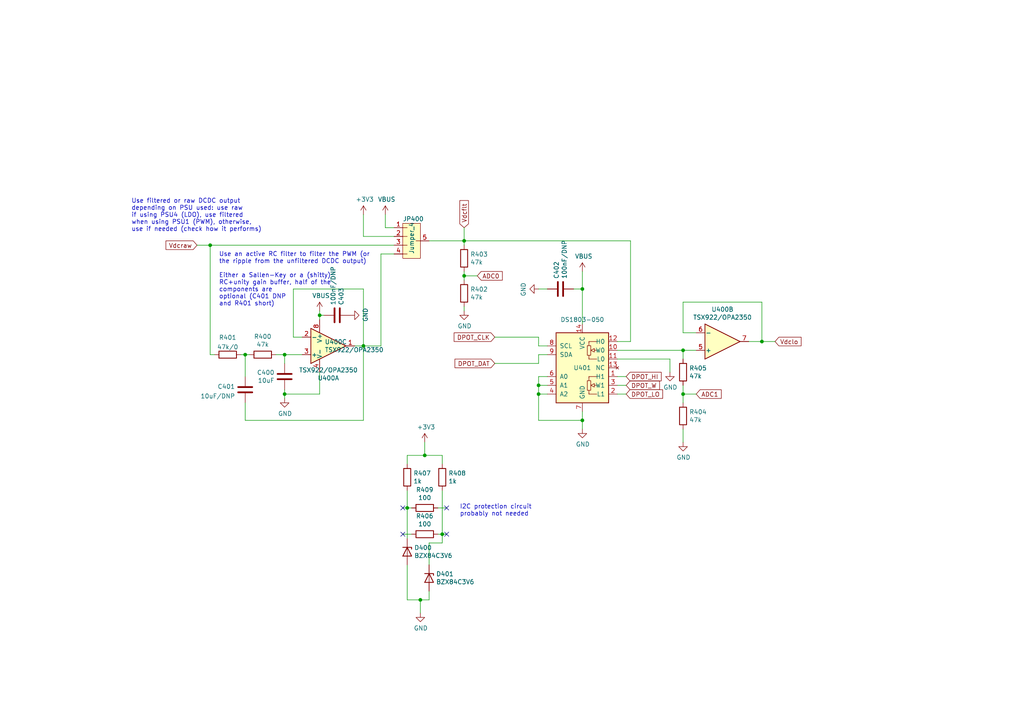
<source format=kicad_sch>
(kicad_sch (version 20211123) (generator eeschema)
  (paper "A4")
  (lib_symbols
    (symbol "Amplifier_Operational:LM358" (pin_names (offset 0.127))
      (property "Reference" "U" (at 0 5.08 0))
      (property "Value" "LM358" (at 0 -5.08 0))
      (symbol "LM358_1_1"
        (polyline (pts (xy -5.08 5.08) (xy 5.08 0) (xy -5.08 -5.08) (xy -5.08 5.08)) (stroke (width 0.254)) (fill (type background)))
        (pin output line (at 7.62 0 180) (length 2.54) (name "~") (number "1"))
        (pin input line (at -7.62 -2.54 0) (length 2.54) (name "-") (number "2"))
        (pin input line (at -7.62 2.54 0) (length 2.54) (name "+") (number "3"))
      )
      (symbol "LM358_2_1"
        (polyline (pts (xy -5.08 5.08) (xy 5.08 0) (xy -5.08 -5.08) (xy -5.08 5.08)) (stroke (width 0.254)) (fill (type background)))
        (pin input line (at -7.62 2.54 0) (length 2.54) (name "+") (number "5"))
        (pin input line (at -7.62 -2.54 0) (length 2.54) (name "-") (number "6"))
        (pin output line (at 7.62 0 180) (length 2.54) (name "~") (number "7"))
      )
      (symbol "LM358_3_1"
        (pin power_in line (at -2.54 -7.62 90) (length 3.81) (name "V-") (number "4"))
        (pin power_in line (at -2.54 7.62 270) (length 3.81) (name "V+") (number "8"))
      )
    )
    (symbol "Device:C" (pin_numbers hide) (pin_names (offset 0.254))
      (property "Reference" "C" (at 0.635 2.54 0))
      (property "Value" "C" (at 0.635 -2.54 0))
      (symbol "C_0_1"
        (polyline (pts (xy -2.032 -0.762) (xy 2.032 -0.762)) (stroke (width 0.508)))
        (polyline (pts (xy -2.032 0.762) (xy 2.032 0.762)) (stroke (width 0.508)))
      )
      (symbol "C_1_1"
        (pin passive line (at 0 3.81 270) (length 2.794) (name "~") (number "1"))
        (pin passive line (at 0 -3.81 90) (length 2.794) (name "~") (number "2"))
      )
    )
    (symbol "Device:D_Zener" (pin_numbers hide) (pin_names (offset 1.016) hide)
      (property "Reference" "D" (at 0 2.54 0))
      (property "Value" "D_Zener" (at 0 -2.54 0))
      (symbol "D_Zener_0_1"
        (polyline (pts (xy 1.27 0) (xy -1.27 0)))
        (polyline (pts (xy -1.27 -1.27) (xy -1.27 1.27) (xy -0.762 1.27)) (stroke (width 0.254)))
        (polyline (pts (xy 1.27 -1.27) (xy 1.27 1.27) (xy -1.27 0) (xy 1.27 -1.27)) (stroke (width 0.254)))
      )
      (symbol "D_Zener_1_1"
        (pin passive line (at -3.81 0 0) (length 2.54) (name "K") (number "1"))
        (pin passive line (at 3.81 0 180) (length 2.54) (name "A") (number "2"))
      )
    )
    (symbol "Device:R" (pin_numbers hide) (pin_names (offset 0))
      (property "Reference" "R" (at 2.032 0 90))
      (property "Value" "R" (at 0 0 90))
      (symbol "R_0_1"
        (rectangle (start -1.016 -2.54) (end 1.016 2.54) (stroke (width 0.254)))
      )
      (symbol "R_1_1"
        (pin passive line (at 0 3.81 270) (length 1.27) (name "~") (number "1"))
        (pin passive line (at 0 -3.81 90) (length 1.27) (name "~") (number "2"))
      )
    )
    (symbol "misc-mcus:DS1803" (pin_names (offset 1.016))
      (property "Reference" "U" (at 0 25.4 0))
      (property "Value" "DS1803" (at 0 22.86 0))
      (symbol "DS1803_1_1"
        (rectangle (start -7.62 10.16) (end 7.62 -10.16) (stroke (width 0.254)) (fill (type background)))
        (polyline (pts (xy 1.905 -7.366) (xy 1.905 -6.5278)))
        (polyline (pts (xy 1.905 -2.7686) (xy 1.905 -3.7084)))
        (polyline (pts (xy 1.905 2.794) (xy 1.905 3.6322)))
        (polyline (pts (xy 1.905 7.3914) (xy 1.905 6.4516)))
        (polyline (pts (xy 3.4798 -5.0546) (xy 4.191 -5.0546)))
        (polyline (pts (xy 3.4798 5.1054) (xy 4.191 5.1054)))
        (polyline (pts (xy 1.905 -7.62) (xy 1.905 -7.366) (xy 1.905 -7.366)) (fill (type background)))
        (polyline (pts (xy 1.905 -7.62) (xy 4.191 -7.62) (xy 4.191 -7.62)) (fill (type background)))
        (polyline (pts (xy 1.905 -2.54) (xy 1.905 -2.794) (xy 1.905 -2.794)))
        (polyline (pts (xy 1.905 -2.54) (xy 4.191 -2.54) (xy 4.191 -2.54)) (fill (type background)))
        (polyline (pts (xy 1.905 2.54) (xy 1.905 2.794) (xy 1.905 2.794)) (fill (type background)))
        (polyline (pts (xy 1.905 2.54) (xy 4.191 2.54) (xy 4.191 2.54)) (fill (type background)))
        (polyline (pts (xy 1.905 7.62) (xy 1.905 7.366) (xy 1.905 7.366)))
        (polyline (pts (xy 1.905 7.62) (xy 4.191 7.62) (xy 4.191 7.62)) (fill (type background)))
        (polyline (pts (xy 3.4798 -4.572) (xy 3.4798 -5.588) (xy 2.4638 -5.08) (xy 3.4798 -4.572) (xy 3.4798 -4.572)) (fill (type background)))
        (polyline (pts (xy 3.4798 5.588) (xy 3.4798 4.572) (xy 2.4638 5.08) (xy 3.4798 5.588) (xy 3.4798 5.588)) (fill (type background)))
        (rectangle (start 1.4224 -3.7338) (end 2.4384 -6.5278))
        (rectangle (start 1.4224 6.4262) (end 2.4384 3.6322))
        (pin passive line (at 10.16 -2.54 180) (length 2.54) (name "H1") (number "1"))
        (pin passive line (at 10.16 5.08 180) (length 2.54) (name "W0") (number "10"))
        (pin passive line (at 10.16 2.54 180) (length 2.54) (name "L0") (number "11"))
        (pin passive line (at 10.16 7.62 180) (length 2.54) (name "H0") (number "12"))
        (pin no_connect line (at 10.16 0 180) (length 2.54) (name "NC") (number "13"))
        (pin power_in line (at 0 12.7 270) (length 2.54) (name "VCC") (number "14"))
        (pin passive line (at 10.16 -7.62 180) (length 2.54) (name "L1") (number "2"))
        (pin passive line (at 10.16 -5.08 180) (length 2.54) (name "W1") (number "3"))
        (pin input line (at -10.16 -7.62 0) (length 2.54) (name "A2") (number "4"))
        (pin input line (at -10.16 -5.08 0) (length 2.54) (name "A1") (number "5"))
        (pin input line (at -10.16 -2.54 0) (length 2.54) (name "A0") (number "6"))
        (pin power_in line (at 0 -12.7 90) (length 2.54) (name "GND") (number "7"))
        (pin input line (at -10.16 6.35 0) (length 2.54) (name "SCL") (number "8"))
        (pin bidirectional line (at -10.16 3.81 0) (length 2.54) (name "SDA") (number "9"))
      )
    )
    (symbol "misc-mcus:Jumper_4" (pin_names (offset 1.016))
      (property "Reference" "JP" (at 0 11.43 0))
      (property "Value" "Jumper_4" (at 0 11.43 0))
      (symbol "Jumper_4_0_1"
        (rectangle (start -2.54 5.08) (end 2.54 -5.08) (fill (type background)))
        (polyline (pts (xy -2.54 -3.81) (xy -1.27 -3.81)))
        (polyline (pts (xy -2.54 -1.27) (xy -1.27 -1.27)))
        (polyline (pts (xy -2.54 1.27) (xy -1.27 1.27)))
        (polyline (pts (xy -2.54 3.81) (xy -1.27 3.81)))
        (polyline (pts (xy 2.54 0) (xy 1.27 0)))
      )
      (symbol "Jumper_4_1_1"
        (pin passive line (at -5.08 3.81 0) (length 2.54) (name "~") (number "1"))
        (pin passive line (at -5.08 1.27 0) (length 2.54) (name "~") (number "2"))
        (pin passive line (at -5.08 -1.27 0) (length 2.54) (name "~") (number "3"))
        (pin passive line (at -5.08 -3.81 0) (length 2.54) (name "~") (number "4"))
        (pin passive line (at 5.08 0 180) (length 2.54) (name "~") (number "5"))
      )
    )
    (symbol "power:+3V3" (power) (pin_names (offset 0))
      (property "Value" "+3V3" (at 0 3.556 0))
      (symbol "+3V3_0_1"
        (polyline (pts (xy -0.762 1.27) (xy 0 2.54)))
        (polyline (pts (xy 0 0) (xy 0 2.54)))
        (polyline (pts (xy 0 2.54) (xy 0.762 1.27)))
      )
      (symbol "+3V3_1_1"
        (pin power_in line (at 0 0 90) (length 0) hide (name "+3V3") (number "1"))
      )
    )
    (symbol "power:GND" (power) (pin_names (offset 0))
      (property "Value" "GND" (at 0 -3.81 0))
      (symbol "GND_0_1"
        (polyline (pts (xy 0 0) (xy 0 -1.27) (xy 1.27 -1.27) (xy 0 -2.54) (xy -1.27 -1.27) (xy 0 -1.27)))
      )
      (symbol "GND_1_1"
        (pin power_in line (at 0 0 270) (length 0) hide (name "GND") (number "1"))
      )
    )
    (symbol "power:VBUS" (power) (pin_names (offset 0))
      (property "Value" "VBUS" (at 0 3.81 0))
      (symbol "VBUS_0_1"
        (polyline (pts (xy -0.762 1.27) (xy 0 2.54)))
        (polyline (pts (xy 0 0) (xy 0 2.54)))
        (polyline (pts (xy 0 2.54) (xy 0.762 1.27)))
      )
      (symbol "VBUS_1_1"
        (pin power_in line (at 0 0 90) (length 0) hide (name "VBUS") (number "1"))
      )
    )
  )
  (junction (at 198.12 114.3))
  (junction (at 121.92 173.99))
  (junction (at 92.71 91.44))
  (junction (at 134.62 80.01))
  (junction (at 128.27 154.94))
  (junction (at 60.96 71.12))
  (junction (at 82.55 114.3))
  (junction (at 134.62 69.85))
  (junction (at 156.21 114.3))
  (junction (at 82.55 102.87))
  (junction (at 168.91 121.92))
  (junction (at 123.19 132.08))
  (junction (at 105.41 100.33))
  (junction (at 71.12 102.87))
  (junction (at 168.91 83.82))
  (junction (at 198.12 101.6))
  (junction (at 156.21 111.76))
  (junction (at 118.11 147.32))
  (junction (at 220.98 99.06))
  (no_connect (at 116.84 154.94))
  (no_connect (at 129.54 154.94))
  (no_connect (at 129.54 147.32))
  (no_connect (at 116.84 147.32))
  (wire (pts (xy 134.62 80.01) (xy 134.62 81.28)))
  (wire (pts (xy 85.09 83.82) (xy 105.41 83.82)))
  (wire (pts (xy 62.23 102.87) (xy 60.96 102.87)))
  (wire (pts (xy 156.21 102.87) (xy 158.75 102.87)))
  (wire (pts (xy 60.96 71.12) (xy 114.3 71.12)))
  (wire (pts (xy 198.12 128.27) (xy 198.12 124.46)))
  (wire (pts (xy 179.07 99.06) (xy 182.88 99.06)))
  (wire (pts (xy 179.07 104.14) (xy 194.31 104.14)))
  (wire (pts (xy 198.12 114.3) (xy 198.12 111.76)))
  (wire (pts (xy 156.21 105.41) (xy 156.21 102.87)))
  (wire (pts (xy 156.21 114.3) (xy 158.75 114.3)))
  (wire (pts (xy 156.21 97.79) (xy 156.21 100.33)))
  (wire (pts (xy 118.11 163.83) (xy 118.11 173.99)))
  (wire (pts (xy 118.11 142.24) (xy 118.11 147.32)))
  (wire (pts (xy 105.41 68.58) (xy 105.41 62.23)))
  (wire (pts (xy 82.55 105.41) (xy 82.55 102.87)))
  (wire (pts (xy 128.27 132.08) (xy 123.19 132.08)))
  (wire (pts (xy 124.46 173.99) (xy 121.92 173.99)))
  (wire (pts (xy 198.12 96.52) (xy 201.93 96.52)))
  (wire (pts (xy 82.55 102.87) (xy 80.01 102.87)))
  (wire (pts (xy 217.17 99.06) (xy 220.98 99.06)))
  (wire (pts (xy 156.21 121.92) (xy 168.91 121.92)))
  (wire (pts (xy 121.92 173.99) (xy 121.92 177.8)))
  (wire (pts (xy 111.76 66.04) (xy 114.3 66.04)))
  (wire (pts (xy 179.07 111.76) (xy 181.61 111.76)))
  (wire (pts (xy 198.12 116.84) (xy 198.12 114.3)))
  (wire (pts (xy 128.27 134.62) (xy 128.27 132.08)))
  (wire (pts (xy 156.21 109.22) (xy 156.21 111.76)))
  (wire (pts (xy 118.11 134.62) (xy 118.11 132.08)))
  (wire (pts (xy 105.41 68.58) (xy 114.3 68.58)))
  (wire (pts (xy 85.09 97.79) (xy 85.09 83.82)))
  (wire (pts (xy 168.91 119.38) (xy 168.91 121.92)))
  (wire (pts (xy 105.41 100.33) (xy 102.87 100.33)))
  (wire (pts (xy 134.62 69.85) (xy 182.88 69.85)))
  (wire (pts (xy 124.46 163.83) (xy 124.46 157.48)))
  (wire (pts (xy 105.41 83.82) (xy 105.41 100.33)))
  (wire (pts (xy 156.21 97.79) (xy 143.51 97.79)))
  (wire (pts (xy 198.12 87.63) (xy 198.12 96.52)))
  (wire (pts (xy 93.98 91.44) (xy 92.71 91.44)))
  (wire (pts (xy 110.49 73.66) (xy 114.3 73.66)))
  (wire (pts (xy 118.11 173.99) (xy 121.92 173.99)))
  (wire (pts (xy 105.41 121.92) (xy 105.41 100.33)))
  (wire (pts (xy 156.21 111.76) (xy 156.21 114.3)))
  (wire (pts (xy 71.12 102.87) (xy 71.12 109.22)))
  (wire (pts (xy 128.27 154.94) (xy 129.54 154.94)))
  (wire (pts (xy 92.71 92.71) (xy 92.71 91.44)))
  (wire (pts (xy 198.12 104.14) (xy 198.12 101.6)))
  (wire (pts (xy 179.07 101.6) (xy 198.12 101.6)))
  (wire (pts (xy 156.21 121.92) (xy 156.21 114.3)))
  (wire (pts (xy 143.51 105.41) (xy 156.21 105.41)))
  (wire (pts (xy 220.98 87.63) (xy 198.12 87.63)))
  (wire (pts (xy 124.46 69.85) (xy 134.62 69.85)))
  (wire (pts (xy 198.12 101.6) (xy 201.93 101.6)))
  (wire (pts (xy 71.12 116.84) (xy 71.12 121.92)))
  (wire (pts (xy 128.27 142.24) (xy 128.27 154.94)))
  (wire (pts (xy 82.55 114.3) (xy 82.55 115.57)))
  (wire (pts (xy 182.88 69.85) (xy 182.88 99.06)))
  (wire (pts (xy 118.11 147.32) (xy 116.84 147.32)))
  (wire (pts (xy 134.62 90.17) (xy 134.62 88.9)))
  (wire (pts (xy 127 147.32) (xy 129.54 147.32)))
  (wire (pts (xy 72.39 102.87) (xy 71.12 102.87)))
  (wire (pts (xy 128.27 157.48) (xy 128.27 154.94)))
  (wire (pts (xy 194.31 104.14) (xy 194.31 107.95)))
  (wire (pts (xy 124.46 157.48) (xy 128.27 157.48)))
  (wire (pts (xy 134.62 71.12) (xy 134.62 69.85)))
  (wire (pts (xy 134.62 80.01) (xy 134.62 78.74)))
  (wire (pts (xy 220.98 99.06) (xy 224.79 99.06)))
  (wire (pts (xy 118.11 156.21) (xy 118.11 147.32)))
  (wire (pts (xy 82.55 113.03) (xy 82.55 114.3)))
  (wire (pts (xy 138.43 80.01) (xy 134.62 80.01)))
  (wire (pts (xy 71.12 121.92) (xy 105.41 121.92)))
  (wire (pts (xy 110.49 100.33) (xy 110.49 73.66)))
  (wire (pts (xy 168.91 78.74) (xy 168.91 83.82)))
  (wire (pts (xy 92.71 114.3) (xy 92.71 107.95)))
  (wire (pts (xy 158.75 109.22) (xy 156.21 109.22)))
  (wire (pts (xy 156.21 100.33) (xy 158.75 100.33)))
  (wire (pts (xy 116.84 154.94) (xy 119.38 154.94)))
  (wire (pts (xy 168.91 93.98) (xy 168.91 83.82)))
  (wire (pts (xy 92.71 91.44) (xy 92.71 90.17)))
  (wire (pts (xy 105.41 100.33) (xy 110.49 100.33)))
  (wire (pts (xy 60.96 102.87) (xy 60.96 71.12)))
  (wire (pts (xy 119.38 147.32) (xy 118.11 147.32)))
  (wire (pts (xy 87.63 97.79) (xy 85.09 97.79)))
  (wire (pts (xy 168.91 83.82) (xy 166.37 83.82)))
  (wire (pts (xy 87.63 102.87) (xy 82.55 102.87)))
  (wire (pts (xy 124.46 171.45) (xy 124.46 173.99)))
  (wire (pts (xy 71.12 102.87) (xy 69.85 102.87)))
  (wire (pts (xy 111.76 66.04) (xy 111.76 62.23)))
  (wire (pts (xy 123.19 128.27) (xy 123.19 132.08)))
  (wire (pts (xy 127 154.94) (xy 128.27 154.94)))
  (wire (pts (xy 168.91 121.92) (xy 168.91 124.46)))
  (wire (pts (xy 181.61 109.22) (xy 179.07 109.22)))
  (wire (pts (xy 134.62 69.85) (xy 134.62 66.04)))
  (wire (pts (xy 82.55 114.3) (xy 92.71 114.3)))
  (wire (pts (xy 158.75 83.82) (xy 156.21 83.82)))
  (wire (pts (xy 220.98 99.06) (xy 220.98 87.63)))
  (wire (pts (xy 181.61 114.3) (xy 179.07 114.3)))
  (wire (pts (xy 201.93 114.3) (xy 198.12 114.3)))
  (wire (pts (xy 158.75 111.76) (xy 156.21 111.76)))
  (wire (pts (xy 57.15 71.12) (xy 60.96 71.12)))
  (wire (pts (xy 118.11 132.08) (xy 123.19 132.08)))
  (text "Use filtered or raw DCDC output\ndepending on PSU used: use raw\nif using PSU4 (LDO), use filtered\nwhen using PSU1 (PWM), otherwise,\nuse if needed (check how it performs)" (at 38.1 67.31 0) (effects (font (size 1.27 1.27)) (justify left bottom)))
  (text "Use an active RC filter to filter the PWM (or\nthe ripple from the unfiltered DCDC output)\n\nEither a Sallen-Key or a (shitty)\nRC+unity gain buffer, half of the\ncomponents are\noptional (C401 DNP\nand R401 short)" (at 63.5 88.9 0) (effects (font (size 1.27 1.27)) (justify left bottom)))
  (text "I2C protection circuit\nprobably not needed" (at 133.35 149.86 0) (effects (font (size 1.27 1.27)) (justify left bottom)))
  (global_label "DPOT_CLK" (shape input) (at 143.51 97.79 180) (property "Intersheet References" "${INTERSHEET_REFS}" (effects hide)))
  (global_label "DPOT_LO" (shape input) (at 181.61 114.3 0) (property "Intersheet References" "${INTERSHEET_REFS}" (effects hide)))
  (global_label "DPOT_DAT" (shape input) (at 143.51 105.41 180) (property "Intersheet References" "${INTERSHEET_REFS}" (effects hide)))
  (global_label "Vdcraw" (shape input) (at 57.15 71.12 180) (property "Intersheet References" "${INTERSHEET_REFS}" (effects hide)))
  (global_label "DPOT_W" (shape input) (at 181.61 111.76 0) (property "Intersheet References" "${INTERSHEET_REFS}" (effects hide)))
  (global_label "ADC1" (shape input) (at 201.93 114.3 0) (property "Intersheet References" "${INTERSHEET_REFS}" (effects hide)))
  (global_label "Vdcflt" (shape input) (at 134.62 66.04 90) (property "Intersheet References" "${INTERSHEET_REFS}" (effects hide)))
  (global_label "Vdclo" (shape input) (at 224.79 99.06 0) (property "Intersheet References" "${INTERSHEET_REFS}" (effects hide)))
  (global_label "DPOT_HI" (shape input) (at 181.61 109.22 0) (property "Intersheet References" "${INTERSHEET_REFS}" (effects hide)))
  (global_label "ADC0" (shape input) (at 138.43 80.01 0) (property "Intersheet References" "${INTERSHEET_REFS}" (effects hide)))
  (symbol (lib_id "Device:R") (at 123.19 147.32 270) (unit 1) (in_bom no) (on_board no)
    (property "Reference" "R409" (at 123.19 142.0622 90))
    (property "Value" "100" (at 123.19 144.3736 90))
    (property "Footprint" "Resistor_SMD:R_0402_1005Metric_Pad0.72x0.64mm_HandSolder" (effects hide))
  )
  (symbol (lib_id "Device:R") (at 123.19 154.94 270) (unit 1) (in_bom no) (on_board no)
    (property "Reference" "R406" (at 123.19 149.6822 90))
    (property "Value" "100" (at 123.19 151.9936 90))
    (property "Footprint" "Resistor_SMD:R_0402_1005Metric_Pad0.72x0.64mm_HandSolder" (effects hide))
  )
  (symbol (lib_id "Device:R") (at 118.11 138.43 0) (unit 1) (in_bom no) (on_board no)
    (property "Reference" "R407" (at 119.888 137.2616 0) (effects (justify left)))
    (property "Value" "1k" (at 119.888 139.573 0) (effects (justify left)))
    (property "Footprint" "Resistor_SMD:R_0402_1005Metric_Pad0.72x0.64mm_HandSolder" (effects hide))
  )
  (symbol (lib_id "Device:R") (at 128.27 138.43 0) (unit 1) (in_bom no) (on_board no)
    (property "Reference" "R408" (at 130.048 137.2616 0) (effects (justify left)))
    (property "Value" "1k" (at 130.048 139.573 0) (effects (justify left)))
    (property "Footprint" "Resistor_SMD:R_0402_1005Metric_Pad0.72x0.64mm_HandSolder" (effects hide))
  )
  (symbol (lib_id "Device:D_Zener") (at 118.11 160.02 270) (unit 1) (in_bom no) (on_board no)
    (property "Reference" "D400" (at 120.142 158.8516 90) (effects (justify left)))
    (property "Value" "BZX84C3V6" (at 120.142 161.163 90) (effects (justify left)))
    (property "Footprint" "Diode_SMD:D_SOT-23_ANK" (effects hide))
    (property "Datasheet" "https://www.farnell.com/datasheets/1911825.pdf" (effects hide))
  )
  (symbol (lib_id "Device:D_Zener") (at 124.46 167.64 270) (unit 1) (in_bom no) (on_board no)
    (property "Reference" "D401" (at 126.492 166.4716 90) (effects (justify left)))
    (property "Value" "BZX84C3V6" (at 126.492 168.783 90) (effects (justify left)))
    (property "Footprint" "Diode_SMD:D_SOT-23_ANK" (effects hide))
    (property "Datasheet" "https://www.farnell.com/datasheets/1911825.pdf" (effects hide))
  )
  (symbol (lib_id "power:GND") (at 121.92 177.8 0) (unit 1)
    (property "Reference" "#PWR0155" (effects hide))
    (property "Value" "GND" (at 122.047 182.1942 0))
  )
  (symbol (lib_id "Amplifier_Operational:LM358") (at 209.55 99.06 0) (mirror x) (unit 2)
    (property "Reference" "U400" (at 209.55 89.7382 0))
    (property "Value" "TSX922/OPA2350" (at 209.55 92.0496 0))
    (property "Footprint" "Package_SO:SO-8_3.9x4.9mm_P1.27mm" (effects hide))
    (property "Datasheet" "http://www.ti.com/lit/ds/symlink/lm2904-n.pdf" (effects hide))
  )
  (symbol (lib_id "Amplifier_Operational:LM358") (at 95.25 100.33 0) (mirror x) (unit 1)
    (property "Reference" "U400" (at 95.25 109.6518 0))
    (property "Value" "TSX922/OPA2350" (at 95.25 107.3404 0))
    (property "Footprint" "Package_SO:SO-8_3.9x4.9mm_P1.27mm" (effects hide))
    (property "Datasheet" "http://www.ti.com/lit/ds/symlink/lm2904-n.pdf" (effects hide))
  )
  (symbol (lib_id "Amplifier_Operational:LM358") (at 95.25 100.33 0) (unit 3)
    (property "Reference" "U400" (at 94.1832 99.1616 0) (effects (justify left)))
    (property "Value" "TSX922/OPA2350" (at 94.1832 101.473 0) (effects (justify left)))
    (property "Footprint" "Package_SO:SO-8_3.9x4.9mm_P1.27mm" (effects hide))
    (property "Datasheet" "http://www.ti.com/lit/ds/symlink/lm2904-n.pdf" (effects hide))
  )
  (symbol (lib_id "Device:R") (at 76.2 102.87 270) (unit 1)
    (property "Reference" "R400" (at 76.2 97.6122 90))
    (property "Value" "47k" (at 76.2 99.9236 90))
    (property "Footprint" "Resistor_SMD:R_0805_2012Metric_Pad1.20x1.40mm_HandSolder" (effects hide))
  )
  (symbol (lib_id "Device:C") (at 82.55 109.22 0) (mirror y) (unit 1)
    (property "Reference" "C400" (at 79.629 108.0516 0) (effects (justify left)))
    (property "Value" "10uF" (at 79.629 110.363 0) (effects (justify left)))
    (property "Footprint" "Capacitor_SMD:C_0805_2012Metric_Pad1.18x1.45mm_HandSolder" (effects hide))
  )
  (symbol (lib_id "power:GND") (at 82.55 115.57 0) (unit 1)
    (property "Reference" "#PWR0141" (effects hide))
    (property "Value" "GND" (at 82.677 119.9642 0))
  )
  (symbol (lib_id "power:VBUS") (at 92.71 90.17 0) (unit 1)
    (property "Reference" "#PWR0142" (effects hide))
    (property "Value" "VBUS" (at 93.091 85.7758 0))
  )
  (symbol (lib_id "Device:R") (at 134.62 74.93 0) (unit 1)
    (property "Reference" "R403" (at 136.398 73.7616 0) (effects (justify left)))
    (property "Value" "47k" (at 136.398 76.073 0) (effects (justify left)))
    (property "Footprint" "Resistor_SMD:R_0805_2012Metric_Pad1.20x1.40mm_HandSolder" (effects hide))
  )
  (symbol (lib_id "Device:R") (at 134.62 85.09 0) (unit 1)
    (property "Reference" "R402" (at 136.398 83.9216 0) (effects (justify left)))
    (property "Value" "47k" (at 136.398 86.233 0) (effects (justify left)))
    (property "Footprint" "Resistor_SMD:R_0805_2012Metric_Pad1.20x1.40mm_HandSolder" (effects hide))
  )
  (symbol (lib_id "power:GND") (at 134.62 90.17 0) (unit 1)
    (property "Reference" "#PWR0143" (effects hide))
    (property "Value" "GND" (at 134.747 94.5642 0))
  )
  (symbol (lib_id "misc-mcus:DS1803") (at 168.91 106.68 0) (unit 1)
    (property "Reference" "U401" (at 168.91 106.68 0))
    (property "Value" "DS1803-050" (at 168.91 92.71 0))
    (property "Footprint" "Package_SO:TSSOP-14_4.4x5mm_P0.65mm" (effects hide))
  )
  (symbol (lib_id "power:+3V3") (at 123.19 128.27 0) (unit 1)
    (property "Reference" "#PWR0144" (effects hide))
    (property "Value" "+3V3" (at 123.571 123.8758 0))
  )
  (symbol (lib_id "power:GND") (at 168.91 124.46 0) (unit 1)
    (property "Reference" "#PWR0145" (effects hide))
    (property "Value" "GND" (at 169.037 128.8542 0))
  )
  (symbol (lib_id "power:GND") (at 194.31 107.95 0) (unit 1)
    (property "Reference" "#PWR0146" (effects hide))
    (property "Value" "GND" (at 194.437 112.3442 0))
  )
  (symbol (lib_id "power:VBUS") (at 168.91 78.74 0) (unit 1)
    (property "Reference" "#PWR0147" (effects hide))
    (property "Value" "VBUS" (at 169.291 74.3458 0))
  )
  (symbol (lib_id "Device:R") (at 198.12 107.95 0) (unit 1)
    (property "Reference" "R405" (at 199.898 106.7816 0) (effects (justify left)))
    (property "Value" "47k" (at 199.898 109.093 0) (effects (justify left)))
    (property "Footprint" "Resistor_SMD:R_0805_2012Metric_Pad1.20x1.40mm_HandSolder" (effects hide))
  )
  (symbol (lib_id "Device:R") (at 198.12 120.65 0) (unit 1)
    (property "Reference" "R404" (at 199.898 119.4816 0) (effects (justify left)))
    (property "Value" "47k" (at 199.898 121.793 0) (effects (justify left)))
    (property "Footprint" "Resistor_SMD:R_0805_2012Metric_Pad1.20x1.40mm_HandSolder" (effects hide))
  )
  (symbol (lib_id "power:GND") (at 198.12 128.27 0) (unit 1)
    (property "Reference" "#PWR0148" (effects hide))
    (property "Value" "GND" (at 198.247 132.6642 0))
  )
  (symbol (lib_id "misc-mcus:Jumper_4") (at 119.38 69.85 0) (unit 1)
    (property "Reference" "JP400" (at 116.84 63.5 0) (effects (justify left)))
    (property "Value" "Jumper_4" (at 119.38 73.66 90) (effects (justify left)))
    (property "Footprint" "chip-bo:Jumper4_PinHeader" (effects hide))
  )
  (symbol (lib_id "power:+3V3") (at 105.41 62.23 0) (unit 1)
    (property "Reference" "#PWR0108" (effects hide))
    (property "Value" "+3V3" (at 105.791 57.8358 0))
  )
  (symbol (lib_id "power:VBUS") (at 111.76 62.23 0) (unit 1)
    (property "Reference" "#PWR0109" (effects hide))
    (property "Value" "VBUS" (at 112.141 57.8358 0))
  )
  (symbol (lib_id "Device:C") (at 162.56 83.82 90) (unit 1)
    (property "Reference" "C402" (at 161.3916 80.899 0) (effects (justify left)))
    (property "Value" "100nF/DNP" (at 163.703 80.899 0) (effects (justify left)))
    (property "Footprint" "Capacitor_SMD:C_0603_1608Metric_Pad1.08x0.95mm_HandSolder" (effects hide))
  )
  (symbol (lib_id "power:GND") (at 101.6 91.44 90) (unit 1)
    (property "Reference" "#PWR0158" (effects hide))
    (property "Value" "GND" (at 105.9942 91.313 0))
  )
  (symbol (lib_id "Device:R") (at 66.04 102.87 90) (unit 1)
    (property "Reference" "R401" (at 66.04 97.8875 90))
    (property "Value" "47k/0" (at 66.04 100.6626 90))
    (property "Footprint" "Resistor_SMD:R_0805_2012Metric_Pad1.20x1.40mm_HandSolder" (effects hide))
  )
  (symbol (lib_id "Device:C") (at 97.79 91.44 270) (mirror x) (unit 1) (in_bom no) (on_board no)
    (property "Reference" "C403" (at 98.9584 88.519 0) (effects (justify left)))
    (property "Value" "100nF/DNP" (at 96.647 88.519 0) (effects (justify left)))
    (property "Footprint" "Capacitor_SMD:C_0603_1608Metric_Pad1.08x0.95mm_HandSolder" (effects hide))
  )
  (symbol (lib_id "power:GND") (at 156.21 83.82 270) (unit 1)
    (property "Reference" "#PWR0159" (effects hide))
    (property "Value" "GND" (at 151.8158 83.947 0))
  )
  (symbol (lib_id "Device:C") (at 71.12 113.03 0) (mirror x) (unit 1)
    (property "Reference" "C401" (at 68.199 112.1215 0) (effects (justify right)))
    (property "Value" "10uF/DNP" (at 68.199 114.8966 0) (effects (justify right)))
    (property "Footprint" "Capacitor_SMD:C_0805_2012Metric_Pad1.18x1.45mm_HandSolder" (effects hide))
  )
)
</source>
